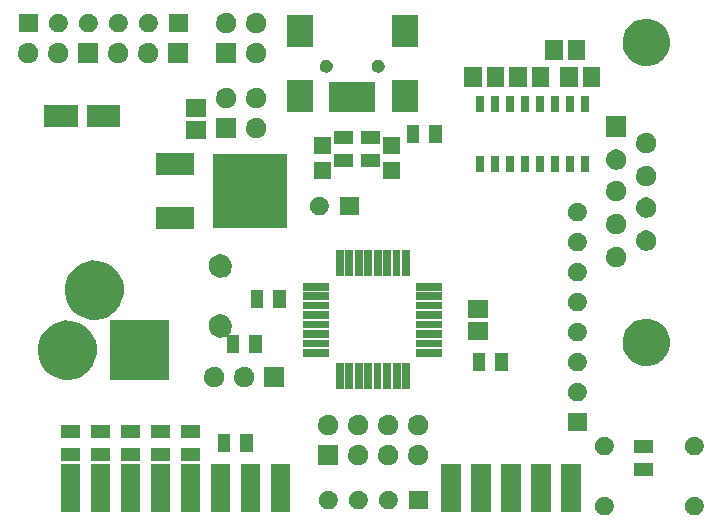
<source format=gts>
G04 (created by PCBNEW (2013-mar-13)-testing) date śro, 14 sie 2013, 21:49:14*
%MOIN*%
G04 Gerber Fmt 3.4, Leading zero omitted, Abs format*
%FSLAX34Y34*%
G01*
G70*
G90*
G04 APERTURE LIST*
%ADD10C,0.005906*%
G04 APERTURE END LIST*
G54D10*
G36*
X1476Y-1635D02*
X846Y-1635D01*
X846Y-1005D01*
X1476Y-1005D01*
X1476Y-1635D01*
X1476Y-1635D01*
G37*
G36*
X1501Y-2288D02*
X1500Y-2361D01*
X1484Y-2429D01*
X1458Y-2487D01*
X1418Y-2544D01*
X1372Y-2588D01*
X1313Y-2625D01*
X1254Y-2648D01*
X1186Y-2660D01*
X1122Y-2659D01*
X1054Y-2644D01*
X996Y-2619D01*
X939Y-2579D01*
X895Y-2533D01*
X857Y-2474D01*
X833Y-2416D01*
X821Y-2347D01*
X822Y-2284D01*
X836Y-2215D01*
X861Y-2157D01*
X901Y-2099D01*
X946Y-2055D01*
X1004Y-2017D01*
X1063Y-1993D01*
X1132Y-1980D01*
X1195Y-1980D01*
X1264Y-1995D01*
X1322Y-2019D01*
X1380Y-2058D01*
X1424Y-2103D01*
X1463Y-2161D01*
X1487Y-2220D01*
X1500Y-2287D01*
X1501Y-2288D01*
X1501Y-2288D01*
G37*
G36*
X2476Y-1291D02*
X2475Y-1358D01*
X2460Y-1421D01*
X2436Y-1475D01*
X2399Y-1528D01*
X2357Y-1568D01*
X2302Y-1603D01*
X2247Y-1624D01*
X2184Y-1635D01*
X2125Y-1634D01*
X2062Y-1620D01*
X2008Y-1597D01*
X1955Y-1560D01*
X1914Y-1518D01*
X1879Y-1463D01*
X1858Y-1409D01*
X1846Y-1345D01*
X1847Y-1286D01*
X1860Y-1223D01*
X1883Y-1169D01*
X1920Y-1115D01*
X1962Y-1075D01*
X2016Y-1039D01*
X2070Y-1017D01*
X2134Y-1005D01*
X2192Y-1005D01*
X2256Y-1019D01*
X2310Y-1041D01*
X2364Y-1078D01*
X2405Y-1119D01*
X2441Y-1173D01*
X2463Y-1227D01*
X2463Y-1229D01*
X2476Y-1291D01*
X2476Y-1291D01*
G37*
G36*
X2501Y-2288D02*
X2500Y-2361D01*
X2484Y-2429D01*
X2458Y-2487D01*
X2418Y-2544D01*
X2372Y-2588D01*
X2313Y-2625D01*
X2254Y-2648D01*
X2186Y-2660D01*
X2122Y-2659D01*
X2054Y-2644D01*
X1996Y-2619D01*
X1939Y-2579D01*
X1895Y-2533D01*
X1857Y-2474D01*
X1833Y-2416D01*
X1821Y-2347D01*
X1822Y-2284D01*
X1836Y-2215D01*
X1861Y-2157D01*
X1901Y-2099D01*
X1946Y-2055D01*
X2004Y-2017D01*
X2063Y-1993D01*
X2132Y-1980D01*
X2195Y-1980D01*
X2264Y-1995D01*
X2322Y-2019D01*
X2380Y-2058D01*
X2424Y-2103D01*
X2463Y-2161D01*
X2487Y-2220D01*
X2500Y-2287D01*
X2501Y-2288D01*
X2501Y-2288D01*
G37*
G36*
X2804Y-4775D02*
X1700Y-4775D01*
X1700Y-4065D01*
X2804Y-4065D01*
X2804Y-4775D01*
X2804Y-4775D01*
G37*
G36*
X2876Y-15160D02*
X2246Y-15160D01*
X2246Y-14730D01*
X2876Y-14730D01*
X2876Y-15160D01*
X2876Y-15160D01*
G37*
G36*
X2876Y-15910D02*
X2246Y-15910D01*
X2246Y-15480D01*
X2876Y-15480D01*
X2876Y-15910D01*
X2876Y-15910D01*
G37*
G36*
X2876Y-17610D02*
X2246Y-17610D01*
X2246Y-16030D01*
X2876Y-16030D01*
X2876Y-17610D01*
X2876Y-17610D01*
G37*
G36*
X3446Y-12125D02*
X3443Y-12343D01*
X3399Y-12534D01*
X3322Y-12707D01*
X3209Y-12867D01*
X3071Y-12999D01*
X2906Y-13104D01*
X2728Y-13172D01*
X2535Y-13206D01*
X2345Y-13202D01*
X2154Y-13160D01*
X1980Y-13084D01*
X1819Y-12972D01*
X1687Y-12836D01*
X1580Y-12671D01*
X1510Y-12494D01*
X1475Y-12301D01*
X1478Y-12111D01*
X1518Y-11919D01*
X1593Y-11745D01*
X1704Y-11583D01*
X1840Y-11450D01*
X2004Y-11342D01*
X2180Y-11271D01*
X2373Y-11235D01*
X2563Y-11236D01*
X2755Y-11275D01*
X2930Y-11349D01*
X3093Y-11459D01*
X3226Y-11593D01*
X3335Y-11757D01*
X3407Y-11932D01*
X3408Y-11934D01*
X3446Y-12125D01*
X3446Y-12125D01*
G37*
G36*
X3476Y-1291D02*
X3475Y-1358D01*
X3460Y-1421D01*
X3436Y-1475D01*
X3399Y-1528D01*
X3357Y-1568D01*
X3302Y-1603D01*
X3247Y-1624D01*
X3184Y-1635D01*
X3125Y-1634D01*
X3062Y-1620D01*
X3008Y-1597D01*
X2955Y-1560D01*
X2914Y-1518D01*
X2879Y-1463D01*
X2858Y-1409D01*
X2846Y-1345D01*
X2847Y-1286D01*
X2860Y-1223D01*
X2883Y-1169D01*
X2920Y-1115D01*
X2962Y-1075D01*
X3016Y-1039D01*
X3070Y-1017D01*
X3134Y-1005D01*
X3192Y-1005D01*
X3256Y-1019D01*
X3310Y-1041D01*
X3364Y-1078D01*
X3405Y-1119D01*
X3441Y-1173D01*
X3463Y-1227D01*
X3463Y-1229D01*
X3476Y-1291D01*
X3476Y-1291D01*
G37*
G36*
X3501Y-2660D02*
X2821Y-2660D01*
X2821Y-1980D01*
X3501Y-1980D01*
X3501Y-2660D01*
X3501Y-2660D01*
G37*
G36*
X3876Y-15160D02*
X3246Y-15160D01*
X3246Y-14730D01*
X3876Y-14730D01*
X3876Y-15160D01*
X3876Y-15160D01*
G37*
G36*
X3876Y-15910D02*
X3246Y-15910D01*
X3246Y-15480D01*
X3876Y-15480D01*
X3876Y-15910D01*
X3876Y-15910D01*
G37*
G36*
X3876Y-17610D02*
X3246Y-17610D01*
X3246Y-16030D01*
X3876Y-16030D01*
X3876Y-17610D01*
X3876Y-17610D01*
G37*
G36*
X4222Y-4775D02*
X3118Y-4775D01*
X3118Y-4065D01*
X4222Y-4065D01*
X4222Y-4775D01*
X4222Y-4775D01*
G37*
G36*
X4346Y-10125D02*
X4343Y-10343D01*
X4299Y-10534D01*
X4222Y-10707D01*
X4109Y-10867D01*
X3971Y-10999D01*
X3806Y-11104D01*
X3628Y-11172D01*
X3435Y-11206D01*
X3245Y-11202D01*
X3054Y-11160D01*
X2880Y-11084D01*
X2719Y-10972D01*
X2587Y-10836D01*
X2480Y-10671D01*
X2410Y-10494D01*
X2375Y-10301D01*
X2378Y-10111D01*
X2418Y-9919D01*
X2493Y-9745D01*
X2604Y-9583D01*
X2740Y-9450D01*
X2904Y-9342D01*
X3080Y-9271D01*
X3273Y-9235D01*
X3463Y-9236D01*
X3655Y-9275D01*
X3830Y-9349D01*
X3993Y-9459D01*
X4126Y-9593D01*
X4235Y-9757D01*
X4307Y-9932D01*
X4308Y-9934D01*
X4346Y-10125D01*
X4346Y-10125D01*
G37*
G36*
X4476Y-1291D02*
X4475Y-1358D01*
X4460Y-1421D01*
X4436Y-1475D01*
X4399Y-1528D01*
X4357Y-1568D01*
X4302Y-1603D01*
X4247Y-1624D01*
X4184Y-1635D01*
X4125Y-1634D01*
X4062Y-1620D01*
X4008Y-1597D01*
X3955Y-1560D01*
X3914Y-1518D01*
X3879Y-1463D01*
X3858Y-1409D01*
X3846Y-1345D01*
X3847Y-1286D01*
X3860Y-1223D01*
X3883Y-1169D01*
X3920Y-1115D01*
X3962Y-1075D01*
X4016Y-1039D01*
X4070Y-1017D01*
X4134Y-1005D01*
X4192Y-1005D01*
X4256Y-1019D01*
X4310Y-1041D01*
X4364Y-1078D01*
X4405Y-1119D01*
X4441Y-1173D01*
X4463Y-1227D01*
X4463Y-1229D01*
X4476Y-1291D01*
X4476Y-1291D01*
G37*
G36*
X4501Y-2288D02*
X4500Y-2361D01*
X4484Y-2429D01*
X4458Y-2487D01*
X4418Y-2544D01*
X4372Y-2588D01*
X4313Y-2625D01*
X4254Y-2648D01*
X4186Y-2660D01*
X4122Y-2659D01*
X4054Y-2644D01*
X3996Y-2619D01*
X3939Y-2579D01*
X3895Y-2533D01*
X3857Y-2474D01*
X3833Y-2416D01*
X3821Y-2347D01*
X3822Y-2284D01*
X3836Y-2215D01*
X3861Y-2157D01*
X3901Y-2099D01*
X3946Y-2055D01*
X4004Y-2017D01*
X4063Y-1993D01*
X4132Y-1980D01*
X4195Y-1980D01*
X4264Y-1995D01*
X4322Y-2019D01*
X4380Y-2058D01*
X4424Y-2103D01*
X4463Y-2161D01*
X4487Y-2220D01*
X4500Y-2287D01*
X4501Y-2288D01*
X4501Y-2288D01*
G37*
G36*
X4876Y-15160D02*
X4246Y-15160D01*
X4246Y-14730D01*
X4876Y-14730D01*
X4876Y-15160D01*
X4876Y-15160D01*
G37*
G36*
X4876Y-15910D02*
X4246Y-15910D01*
X4246Y-15480D01*
X4876Y-15480D01*
X4876Y-15910D01*
X4876Y-15910D01*
G37*
G36*
X4876Y-17610D02*
X4246Y-17610D01*
X4246Y-16030D01*
X4876Y-16030D01*
X4876Y-17610D01*
X4876Y-17610D01*
G37*
G36*
X5476Y-1291D02*
X5475Y-1358D01*
X5460Y-1421D01*
X5436Y-1475D01*
X5399Y-1528D01*
X5357Y-1568D01*
X5302Y-1603D01*
X5247Y-1624D01*
X5184Y-1635D01*
X5125Y-1634D01*
X5062Y-1620D01*
X5008Y-1597D01*
X4955Y-1560D01*
X4914Y-1518D01*
X4879Y-1463D01*
X4858Y-1409D01*
X4846Y-1345D01*
X4847Y-1286D01*
X4860Y-1223D01*
X4883Y-1169D01*
X4920Y-1115D01*
X4962Y-1075D01*
X5016Y-1039D01*
X5070Y-1017D01*
X5134Y-1005D01*
X5192Y-1005D01*
X5256Y-1019D01*
X5310Y-1041D01*
X5364Y-1078D01*
X5405Y-1119D01*
X5441Y-1173D01*
X5463Y-1227D01*
X5463Y-1229D01*
X5476Y-1291D01*
X5476Y-1291D01*
G37*
G36*
X5501Y-2288D02*
X5500Y-2361D01*
X5484Y-2429D01*
X5458Y-2487D01*
X5418Y-2544D01*
X5372Y-2588D01*
X5313Y-2625D01*
X5254Y-2648D01*
X5186Y-2660D01*
X5122Y-2659D01*
X5054Y-2644D01*
X4996Y-2619D01*
X4939Y-2579D01*
X4895Y-2533D01*
X4857Y-2474D01*
X4833Y-2416D01*
X4821Y-2347D01*
X4822Y-2284D01*
X4836Y-2215D01*
X4861Y-2157D01*
X4901Y-2099D01*
X4946Y-2055D01*
X5004Y-2017D01*
X5063Y-1993D01*
X5132Y-1980D01*
X5195Y-1980D01*
X5264Y-1995D01*
X5322Y-2019D01*
X5380Y-2058D01*
X5424Y-2103D01*
X5463Y-2161D01*
X5487Y-2220D01*
X5500Y-2287D01*
X5501Y-2288D01*
X5501Y-2288D01*
G37*
G36*
X5846Y-13205D02*
X3876Y-13205D01*
X3876Y-11235D01*
X5846Y-11235D01*
X5846Y-13205D01*
X5846Y-13205D01*
G37*
G36*
X5876Y-15160D02*
X5246Y-15160D01*
X5246Y-14730D01*
X5876Y-14730D01*
X5876Y-15160D01*
X5876Y-15160D01*
G37*
G36*
X5876Y-15910D02*
X5246Y-15910D01*
X5246Y-15480D01*
X5876Y-15480D01*
X5876Y-15910D01*
X5876Y-15910D01*
G37*
G36*
X5876Y-17610D02*
X5246Y-17610D01*
X5246Y-16030D01*
X5876Y-16030D01*
X5876Y-17610D01*
X5876Y-17610D01*
G37*
G36*
X6476Y-1635D02*
X5846Y-1635D01*
X5846Y-1005D01*
X6476Y-1005D01*
X6476Y-1635D01*
X6476Y-1635D01*
G37*
G36*
X6501Y-2660D02*
X5821Y-2660D01*
X5821Y-1980D01*
X6501Y-1980D01*
X6501Y-2660D01*
X6501Y-2660D01*
G37*
G36*
X6701Y-6385D02*
X5421Y-6385D01*
X5421Y-5655D01*
X6701Y-5655D01*
X6701Y-6385D01*
X6701Y-6385D01*
G37*
G36*
X6701Y-8185D02*
X5421Y-8185D01*
X5421Y-7455D01*
X6701Y-7455D01*
X6701Y-8185D01*
X6701Y-8185D01*
G37*
G36*
X6876Y-15160D02*
X6246Y-15160D01*
X6246Y-14730D01*
X6876Y-14730D01*
X6876Y-15160D01*
X6876Y-15160D01*
G37*
G36*
X6876Y-15910D02*
X6246Y-15910D01*
X6246Y-15480D01*
X6876Y-15480D01*
X6876Y-15910D01*
X6876Y-15910D01*
G37*
G36*
X6876Y-17610D02*
X6246Y-17610D01*
X6246Y-16030D01*
X6876Y-16030D01*
X6876Y-17610D01*
X6876Y-17610D01*
G37*
G36*
X7096Y-4441D02*
X6426Y-4441D01*
X6426Y-3849D01*
X7096Y-3849D01*
X7096Y-4441D01*
X7096Y-4441D01*
G37*
G36*
X7096Y-5191D02*
X6426Y-5191D01*
X6426Y-4599D01*
X7096Y-4599D01*
X7096Y-5191D01*
X7096Y-5191D01*
G37*
G36*
X7701Y-13088D02*
X7700Y-13161D01*
X7684Y-13229D01*
X7658Y-13287D01*
X7618Y-13344D01*
X7572Y-13388D01*
X7513Y-13425D01*
X7454Y-13448D01*
X7386Y-13460D01*
X7322Y-13459D01*
X7254Y-13444D01*
X7196Y-13419D01*
X7139Y-13379D01*
X7095Y-13333D01*
X7057Y-13274D01*
X7033Y-13216D01*
X7021Y-13147D01*
X7022Y-13084D01*
X7036Y-13015D01*
X7061Y-12957D01*
X7101Y-12899D01*
X7146Y-12855D01*
X7204Y-12817D01*
X7263Y-12793D01*
X7332Y-12780D01*
X7395Y-12780D01*
X7464Y-12795D01*
X7522Y-12819D01*
X7580Y-12858D01*
X7624Y-12903D01*
X7663Y-12961D01*
X7687Y-13020D01*
X7700Y-13087D01*
X7701Y-13088D01*
X7701Y-13088D01*
G37*
G36*
X7876Y-17610D02*
X7246Y-17610D01*
X7246Y-16030D01*
X7876Y-16030D01*
X7876Y-17610D01*
X7876Y-17610D01*
G37*
G36*
X7901Y-15635D02*
X7471Y-15635D01*
X7471Y-15005D01*
X7901Y-15005D01*
X7901Y-15635D01*
X7901Y-15635D01*
G37*
G36*
X7951Y-9383D02*
X7949Y-9468D01*
X7932Y-9545D01*
X7902Y-9612D01*
X7856Y-9677D01*
X7803Y-9728D01*
X7736Y-9770D01*
X7668Y-9797D01*
X7589Y-9810D01*
X7516Y-9809D01*
X7438Y-9792D01*
X7371Y-9762D01*
X7306Y-9717D01*
X7255Y-9664D01*
X7212Y-9597D01*
X7185Y-9529D01*
X7171Y-9451D01*
X7172Y-9378D01*
X7188Y-9300D01*
X7217Y-9233D01*
X7262Y-9167D01*
X7314Y-9116D01*
X7381Y-9072D01*
X7449Y-9045D01*
X7527Y-9030D01*
X7600Y-9030D01*
X7678Y-9047D01*
X7745Y-9075D01*
X7812Y-9120D01*
X7863Y-9171D01*
X7907Y-9238D01*
X7935Y-9305D01*
X7950Y-9382D01*
X7951Y-9383D01*
X7951Y-9383D01*
G37*
G36*
X8101Y-1288D02*
X8100Y-1361D01*
X8084Y-1429D01*
X8058Y-1487D01*
X8018Y-1544D01*
X7972Y-1588D01*
X7913Y-1625D01*
X7854Y-1648D01*
X7786Y-1660D01*
X7722Y-1659D01*
X7654Y-1644D01*
X7596Y-1619D01*
X7539Y-1579D01*
X7495Y-1533D01*
X7457Y-1474D01*
X7433Y-1416D01*
X7421Y-1347D01*
X7422Y-1284D01*
X7436Y-1215D01*
X7461Y-1157D01*
X7501Y-1099D01*
X7546Y-1055D01*
X7604Y-1017D01*
X7663Y-993D01*
X7732Y-980D01*
X7795Y-980D01*
X7864Y-995D01*
X7922Y-1019D01*
X7980Y-1058D01*
X8024Y-1103D01*
X8063Y-1161D01*
X8087Y-1220D01*
X8100Y-1287D01*
X8101Y-1288D01*
X8101Y-1288D01*
G37*
G36*
X8101Y-3788D02*
X8100Y-3861D01*
X8084Y-3929D01*
X8058Y-3987D01*
X8018Y-4044D01*
X7972Y-4088D01*
X7913Y-4125D01*
X7854Y-4148D01*
X7786Y-4160D01*
X7722Y-4159D01*
X7654Y-4144D01*
X7596Y-4119D01*
X7539Y-4079D01*
X7495Y-4033D01*
X7457Y-3974D01*
X7433Y-3916D01*
X7421Y-3847D01*
X7422Y-3784D01*
X7436Y-3715D01*
X7461Y-3657D01*
X7501Y-3599D01*
X7546Y-3555D01*
X7604Y-3517D01*
X7663Y-3493D01*
X7732Y-3480D01*
X7795Y-3480D01*
X7864Y-3495D01*
X7922Y-3519D01*
X7980Y-3558D01*
X8024Y-3603D01*
X8063Y-3661D01*
X8087Y-3720D01*
X8100Y-3787D01*
X8101Y-3788D01*
X8101Y-3788D01*
G37*
G36*
X8101Y-2660D02*
X7421Y-2660D01*
X7421Y-1980D01*
X8101Y-1980D01*
X8101Y-2660D01*
X8101Y-2660D01*
G37*
G36*
X8101Y-5160D02*
X7421Y-5160D01*
X7421Y-4480D01*
X8101Y-4480D01*
X8101Y-5160D01*
X8101Y-5160D01*
G37*
G36*
X8201Y-12335D02*
X7771Y-12335D01*
X7771Y-11787D01*
X7771Y-11779D01*
X7768Y-11772D01*
X7763Y-11767D01*
X7756Y-11764D01*
X7748Y-11764D01*
X7741Y-11767D01*
X7736Y-11770D01*
X7668Y-11797D01*
X7589Y-11810D01*
X7516Y-11809D01*
X7438Y-11792D01*
X7371Y-11762D01*
X7306Y-11717D01*
X7255Y-11664D01*
X7212Y-11597D01*
X7185Y-11529D01*
X7171Y-11451D01*
X7172Y-11378D01*
X7188Y-11300D01*
X7217Y-11233D01*
X7262Y-11167D01*
X7314Y-11116D01*
X7381Y-11072D01*
X7449Y-11045D01*
X7527Y-11030D01*
X7600Y-11030D01*
X7678Y-11047D01*
X7745Y-11075D01*
X7812Y-11120D01*
X7863Y-11171D01*
X7907Y-11238D01*
X7935Y-11305D01*
X7950Y-11382D01*
X7951Y-11383D01*
X7949Y-11468D01*
X7932Y-11545D01*
X7902Y-11612D01*
X7858Y-11675D01*
X7855Y-11682D01*
X7855Y-11690D01*
X7858Y-11697D01*
X7863Y-11702D01*
X7870Y-11705D01*
X7878Y-11705D01*
X8201Y-11705D01*
X8201Y-12335D01*
X8201Y-12335D01*
G37*
G36*
X8651Y-15635D02*
X8221Y-15635D01*
X8221Y-15005D01*
X8651Y-15005D01*
X8651Y-15635D01*
X8651Y-15635D01*
G37*
G36*
X8701Y-13088D02*
X8700Y-13161D01*
X8684Y-13229D01*
X8658Y-13287D01*
X8618Y-13344D01*
X8572Y-13388D01*
X8513Y-13425D01*
X8454Y-13448D01*
X8386Y-13460D01*
X8322Y-13459D01*
X8254Y-13444D01*
X8196Y-13419D01*
X8139Y-13379D01*
X8095Y-13333D01*
X8057Y-13274D01*
X8033Y-13216D01*
X8021Y-13147D01*
X8022Y-13084D01*
X8036Y-13015D01*
X8061Y-12957D01*
X8101Y-12899D01*
X8146Y-12855D01*
X8204Y-12817D01*
X8263Y-12793D01*
X8332Y-12780D01*
X8395Y-12780D01*
X8464Y-12795D01*
X8522Y-12819D01*
X8580Y-12858D01*
X8624Y-12903D01*
X8663Y-12961D01*
X8687Y-13020D01*
X8700Y-13087D01*
X8701Y-13088D01*
X8701Y-13088D01*
G37*
G36*
X8876Y-17610D02*
X8246Y-17610D01*
X8246Y-16030D01*
X8876Y-16030D01*
X8876Y-17610D01*
X8876Y-17610D01*
G37*
G36*
X8951Y-12335D02*
X8521Y-12335D01*
X8521Y-11705D01*
X8951Y-11705D01*
X8951Y-12335D01*
X8951Y-12335D01*
G37*
G36*
X9001Y-10835D02*
X8571Y-10835D01*
X8571Y-10205D01*
X9001Y-10205D01*
X9001Y-10835D01*
X9001Y-10835D01*
G37*
G36*
X9101Y-1288D02*
X9100Y-1361D01*
X9084Y-1429D01*
X9058Y-1487D01*
X9018Y-1544D01*
X8972Y-1588D01*
X8913Y-1625D01*
X8854Y-1648D01*
X8786Y-1660D01*
X8722Y-1659D01*
X8654Y-1644D01*
X8596Y-1619D01*
X8539Y-1579D01*
X8495Y-1533D01*
X8457Y-1474D01*
X8433Y-1416D01*
X8421Y-1347D01*
X8422Y-1284D01*
X8436Y-1215D01*
X8461Y-1157D01*
X8501Y-1099D01*
X8546Y-1055D01*
X8604Y-1017D01*
X8663Y-993D01*
X8732Y-980D01*
X8795Y-980D01*
X8864Y-995D01*
X8922Y-1019D01*
X8980Y-1058D01*
X9024Y-1103D01*
X9063Y-1161D01*
X9087Y-1220D01*
X9100Y-1287D01*
X9101Y-1288D01*
X9101Y-1288D01*
G37*
G36*
X9101Y-2288D02*
X9100Y-2361D01*
X9084Y-2429D01*
X9058Y-2487D01*
X9018Y-2544D01*
X8972Y-2588D01*
X8913Y-2625D01*
X8854Y-2648D01*
X8786Y-2660D01*
X8722Y-2659D01*
X8654Y-2644D01*
X8596Y-2619D01*
X8539Y-2579D01*
X8495Y-2533D01*
X8457Y-2474D01*
X8433Y-2416D01*
X8421Y-2347D01*
X8422Y-2284D01*
X8436Y-2215D01*
X8461Y-2157D01*
X8501Y-2099D01*
X8546Y-2055D01*
X8604Y-2017D01*
X8663Y-1993D01*
X8732Y-1980D01*
X8795Y-1980D01*
X8864Y-1995D01*
X8922Y-2019D01*
X8980Y-2058D01*
X9024Y-2103D01*
X9063Y-2161D01*
X9087Y-2220D01*
X9100Y-2287D01*
X9101Y-2288D01*
X9101Y-2288D01*
G37*
G36*
X9101Y-3788D02*
X9100Y-3861D01*
X9084Y-3929D01*
X9058Y-3987D01*
X9018Y-4044D01*
X8972Y-4088D01*
X8913Y-4125D01*
X8854Y-4148D01*
X8786Y-4160D01*
X8722Y-4159D01*
X8654Y-4144D01*
X8596Y-4119D01*
X8539Y-4079D01*
X8495Y-4033D01*
X8457Y-3974D01*
X8433Y-3916D01*
X8421Y-3847D01*
X8422Y-3784D01*
X8436Y-3715D01*
X8461Y-3657D01*
X8501Y-3599D01*
X8546Y-3555D01*
X8604Y-3517D01*
X8663Y-3493D01*
X8732Y-3480D01*
X8795Y-3480D01*
X8864Y-3495D01*
X8922Y-3519D01*
X8980Y-3558D01*
X9024Y-3603D01*
X9063Y-3661D01*
X9087Y-3720D01*
X9100Y-3787D01*
X9101Y-3788D01*
X9101Y-3788D01*
G37*
G36*
X9101Y-4788D02*
X9100Y-4861D01*
X9084Y-4929D01*
X9058Y-4987D01*
X9018Y-5044D01*
X8972Y-5088D01*
X8913Y-5125D01*
X8854Y-5148D01*
X8786Y-5160D01*
X8722Y-5159D01*
X8654Y-5144D01*
X8596Y-5119D01*
X8539Y-5079D01*
X8495Y-5033D01*
X8457Y-4974D01*
X8433Y-4916D01*
X8421Y-4847D01*
X8422Y-4784D01*
X8436Y-4715D01*
X8461Y-4657D01*
X8501Y-4599D01*
X8546Y-4555D01*
X8604Y-4517D01*
X8663Y-4493D01*
X8732Y-4480D01*
X8795Y-4480D01*
X8864Y-4495D01*
X8922Y-4519D01*
X8980Y-4558D01*
X9024Y-4603D01*
X9063Y-4661D01*
X9087Y-4720D01*
X9100Y-4787D01*
X9101Y-4788D01*
X9101Y-4788D01*
G37*
G36*
X9701Y-13460D02*
X9021Y-13460D01*
X9021Y-12780D01*
X9701Y-12780D01*
X9701Y-13460D01*
X9701Y-13460D01*
G37*
G36*
X9751Y-10835D02*
X9321Y-10835D01*
X9321Y-10205D01*
X9751Y-10205D01*
X9751Y-10835D01*
X9751Y-10835D01*
G37*
G36*
X9801Y-8160D02*
X7321Y-8160D01*
X7321Y-5680D01*
X9801Y-5680D01*
X9801Y-8160D01*
X9801Y-8160D01*
G37*
G36*
X9876Y-17610D02*
X9246Y-17610D01*
X9246Y-16030D01*
X9876Y-16030D01*
X9876Y-17610D01*
X9876Y-17610D01*
G37*
G36*
X10642Y-2106D02*
X9776Y-2106D01*
X9776Y-1042D01*
X10642Y-1042D01*
X10642Y-2106D01*
X10642Y-2106D01*
G37*
G36*
X10642Y-4271D02*
X9776Y-4271D01*
X9776Y-3207D01*
X10642Y-3207D01*
X10642Y-4271D01*
X10642Y-4271D01*
G37*
G36*
X11176Y-7391D02*
X11175Y-7458D01*
X11160Y-7521D01*
X11136Y-7575D01*
X11099Y-7628D01*
X11057Y-7668D01*
X11002Y-7703D01*
X10947Y-7724D01*
X10884Y-7735D01*
X10825Y-7734D01*
X10762Y-7720D01*
X10708Y-7697D01*
X10655Y-7660D01*
X10614Y-7618D01*
X10579Y-7563D01*
X10558Y-7509D01*
X10546Y-7445D01*
X10547Y-7386D01*
X10560Y-7323D01*
X10583Y-7269D01*
X10620Y-7215D01*
X10662Y-7175D01*
X10716Y-7139D01*
X10770Y-7117D01*
X10834Y-7105D01*
X10892Y-7105D01*
X10956Y-7119D01*
X11010Y-7141D01*
X11064Y-7178D01*
X11105Y-7219D01*
X11141Y-7273D01*
X11163Y-7327D01*
X11163Y-7329D01*
X11176Y-7391D01*
X11176Y-7391D01*
G37*
G36*
X11198Y-10236D02*
X10332Y-10236D01*
X10332Y-9980D01*
X11198Y-9980D01*
X11198Y-10236D01*
X11198Y-10236D01*
G37*
G36*
X11198Y-10551D02*
X10332Y-10551D01*
X10332Y-10295D01*
X11198Y-10295D01*
X11198Y-10551D01*
X11198Y-10551D01*
G37*
G36*
X11198Y-10866D02*
X10332Y-10866D01*
X10332Y-10610D01*
X11198Y-10610D01*
X11198Y-10866D01*
X11198Y-10866D01*
G37*
G36*
X11198Y-11181D02*
X10332Y-11181D01*
X10332Y-10925D01*
X11198Y-10925D01*
X11198Y-11181D01*
X11198Y-11181D01*
G37*
G36*
X11198Y-11496D02*
X10332Y-11496D01*
X10332Y-11240D01*
X11198Y-11240D01*
X11198Y-11496D01*
X11198Y-11496D01*
G37*
G36*
X11198Y-11811D02*
X10332Y-11811D01*
X10332Y-11555D01*
X11198Y-11555D01*
X11198Y-11811D01*
X11198Y-11811D01*
G37*
G36*
X11198Y-12126D02*
X10332Y-12126D01*
X10332Y-11870D01*
X11198Y-11870D01*
X11198Y-12126D01*
X11198Y-12126D01*
G37*
G36*
X11198Y-12441D02*
X10332Y-12441D01*
X10332Y-12185D01*
X11198Y-12185D01*
X11198Y-12441D01*
X11198Y-12441D01*
G37*
G36*
X11237Y-5683D02*
X10685Y-5683D01*
X10685Y-5131D01*
X11237Y-5131D01*
X11237Y-5683D01*
X11237Y-5683D01*
G37*
G36*
X11237Y-6509D02*
X10685Y-6509D01*
X10685Y-5957D01*
X11237Y-5957D01*
X11237Y-6509D01*
X11237Y-6509D01*
G37*
G36*
X11312Y-2735D02*
X11311Y-2781D01*
X11301Y-2825D01*
X11285Y-2861D01*
X11259Y-2898D01*
X11230Y-2926D01*
X11192Y-2950D01*
X11155Y-2964D01*
X11110Y-2972D01*
X11071Y-2971D01*
X11026Y-2961D01*
X10990Y-2946D01*
X10953Y-2920D01*
X10925Y-2891D01*
X10901Y-2853D01*
X10886Y-2817D01*
X10878Y-2772D01*
X10879Y-2732D01*
X10888Y-2688D01*
X10903Y-2652D01*
X10929Y-2614D01*
X10957Y-2586D01*
X10996Y-2561D01*
X11032Y-2547D01*
X11077Y-2538D01*
X11116Y-2538D01*
X11161Y-2548D01*
X11197Y-2563D01*
X11235Y-2588D01*
X11262Y-2616D01*
X11288Y-2654D01*
X11303Y-2690D01*
X11312Y-2735D01*
X11312Y-2735D01*
G37*
G36*
X11476Y-17191D02*
X11475Y-17258D01*
X11460Y-17321D01*
X11436Y-17375D01*
X11399Y-17428D01*
X11357Y-17468D01*
X11302Y-17503D01*
X11247Y-17524D01*
X11184Y-17535D01*
X11125Y-17534D01*
X11062Y-17520D01*
X11008Y-17497D01*
X10955Y-17460D01*
X10914Y-17418D01*
X10879Y-17363D01*
X10858Y-17309D01*
X10846Y-17245D01*
X10847Y-17186D01*
X10860Y-17123D01*
X10883Y-17069D01*
X10920Y-17015D01*
X10962Y-16975D01*
X11016Y-16939D01*
X11070Y-16917D01*
X11134Y-16905D01*
X11192Y-16905D01*
X11256Y-16919D01*
X11310Y-16941D01*
X11364Y-16978D01*
X11405Y-17019D01*
X11441Y-17073D01*
X11463Y-17127D01*
X11463Y-17129D01*
X11476Y-17191D01*
X11476Y-17191D01*
G37*
G36*
X11501Y-14688D02*
X11500Y-14761D01*
X11484Y-14829D01*
X11458Y-14887D01*
X11418Y-14944D01*
X11372Y-14988D01*
X11313Y-15025D01*
X11254Y-15048D01*
X11186Y-15060D01*
X11122Y-15059D01*
X11054Y-15044D01*
X10996Y-15019D01*
X10939Y-14979D01*
X10895Y-14933D01*
X10857Y-14874D01*
X10833Y-14816D01*
X10821Y-14747D01*
X10822Y-14684D01*
X10836Y-14615D01*
X10861Y-14557D01*
X10901Y-14499D01*
X10946Y-14455D01*
X11004Y-14417D01*
X11063Y-14393D01*
X11132Y-14380D01*
X11195Y-14380D01*
X11264Y-14395D01*
X11322Y-14419D01*
X11380Y-14458D01*
X11424Y-14503D01*
X11463Y-14561D01*
X11487Y-14620D01*
X11500Y-14687D01*
X11501Y-14688D01*
X11501Y-14688D01*
G37*
G36*
X11501Y-16060D02*
X10821Y-16060D01*
X10821Y-15380D01*
X11501Y-15380D01*
X11501Y-16060D01*
X11501Y-16060D01*
G37*
G36*
X11677Y-9753D02*
X11421Y-9753D01*
X11421Y-8887D01*
X11677Y-8887D01*
X11677Y-9753D01*
X11677Y-9753D01*
G37*
G36*
X11679Y-13533D02*
X11423Y-13533D01*
X11423Y-12667D01*
X11679Y-12667D01*
X11679Y-13533D01*
X11679Y-13533D01*
G37*
G36*
X11976Y-5360D02*
X11346Y-5360D01*
X11346Y-4930D01*
X11976Y-4930D01*
X11976Y-5360D01*
X11976Y-5360D01*
G37*
G36*
X11976Y-6110D02*
X11346Y-6110D01*
X11346Y-5680D01*
X11976Y-5680D01*
X11976Y-6110D01*
X11976Y-6110D01*
G37*
G36*
X11989Y-13533D02*
X11733Y-13533D01*
X11733Y-12667D01*
X11989Y-12667D01*
X11989Y-13533D01*
X11989Y-13533D01*
G37*
G36*
X11991Y-9753D02*
X11735Y-9753D01*
X11735Y-8887D01*
X11991Y-8887D01*
X11991Y-9753D01*
X11991Y-9753D01*
G37*
G36*
X12176Y-7735D02*
X11546Y-7735D01*
X11546Y-7105D01*
X12176Y-7105D01*
X12176Y-7735D01*
X12176Y-7735D01*
G37*
G36*
X12307Y-9753D02*
X12051Y-9753D01*
X12051Y-8887D01*
X12307Y-8887D01*
X12307Y-9753D01*
X12307Y-9753D01*
G37*
G36*
X12309Y-13533D02*
X12053Y-13533D01*
X12053Y-12667D01*
X12309Y-12667D01*
X12309Y-13533D01*
X12309Y-13533D01*
G37*
G36*
X12476Y-17191D02*
X12475Y-17258D01*
X12460Y-17321D01*
X12436Y-17375D01*
X12399Y-17428D01*
X12357Y-17468D01*
X12302Y-17503D01*
X12247Y-17524D01*
X12184Y-17535D01*
X12125Y-17534D01*
X12062Y-17520D01*
X12008Y-17497D01*
X11955Y-17460D01*
X11914Y-17418D01*
X11879Y-17363D01*
X11858Y-17309D01*
X11846Y-17245D01*
X11847Y-17186D01*
X11860Y-17123D01*
X11883Y-17069D01*
X11920Y-17015D01*
X11962Y-16975D01*
X12016Y-16939D01*
X12070Y-16917D01*
X12134Y-16905D01*
X12192Y-16905D01*
X12256Y-16919D01*
X12310Y-16941D01*
X12364Y-16978D01*
X12405Y-17019D01*
X12441Y-17073D01*
X12463Y-17127D01*
X12463Y-17129D01*
X12476Y-17191D01*
X12476Y-17191D01*
G37*
G36*
X12501Y-14688D02*
X12500Y-14761D01*
X12484Y-14829D01*
X12458Y-14887D01*
X12418Y-14944D01*
X12372Y-14988D01*
X12313Y-15025D01*
X12254Y-15048D01*
X12186Y-15060D01*
X12122Y-15059D01*
X12054Y-15044D01*
X11996Y-15019D01*
X11939Y-14979D01*
X11895Y-14933D01*
X11857Y-14874D01*
X11833Y-14816D01*
X11821Y-14747D01*
X11822Y-14684D01*
X11836Y-14615D01*
X11861Y-14557D01*
X11901Y-14499D01*
X11946Y-14455D01*
X12004Y-14417D01*
X12063Y-14393D01*
X12132Y-14380D01*
X12195Y-14380D01*
X12264Y-14395D01*
X12322Y-14419D01*
X12380Y-14458D01*
X12424Y-14503D01*
X12463Y-14561D01*
X12487Y-14620D01*
X12500Y-14687D01*
X12501Y-14688D01*
X12501Y-14688D01*
G37*
G36*
X12501Y-15688D02*
X12500Y-15761D01*
X12484Y-15829D01*
X12458Y-15887D01*
X12418Y-15944D01*
X12372Y-15988D01*
X12313Y-16025D01*
X12254Y-16048D01*
X12186Y-16060D01*
X12122Y-16059D01*
X12054Y-16044D01*
X11996Y-16019D01*
X11939Y-15979D01*
X11895Y-15933D01*
X11857Y-15874D01*
X11833Y-15816D01*
X11821Y-15747D01*
X11822Y-15684D01*
X11836Y-15615D01*
X11861Y-15557D01*
X11901Y-15499D01*
X11946Y-15455D01*
X12004Y-15417D01*
X12063Y-15393D01*
X12132Y-15380D01*
X12195Y-15380D01*
X12264Y-15395D01*
X12322Y-15419D01*
X12380Y-15458D01*
X12424Y-15503D01*
X12463Y-15561D01*
X12487Y-15620D01*
X12500Y-15687D01*
X12501Y-15688D01*
X12501Y-15688D01*
G37*
G36*
X12619Y-13533D02*
X12363Y-13533D01*
X12363Y-12667D01*
X12619Y-12667D01*
X12619Y-13533D01*
X12619Y-13533D01*
G37*
G36*
X12621Y-9753D02*
X12365Y-9753D01*
X12365Y-8887D01*
X12621Y-8887D01*
X12621Y-9753D01*
X12621Y-9753D01*
G37*
G36*
X12729Y-4271D02*
X12437Y-4271D01*
X12437Y-4271D01*
X12430Y-4271D01*
X12430Y-4271D01*
X12122Y-4271D01*
X12122Y-4271D01*
X12115Y-4271D01*
X12115Y-4271D01*
X11807Y-4271D01*
X11807Y-4271D01*
X11800Y-4271D01*
X11800Y-4271D01*
X11492Y-4271D01*
X11492Y-4271D01*
X11485Y-4271D01*
X11485Y-4271D01*
X11193Y-4271D01*
X11193Y-3285D01*
X11485Y-3285D01*
X11485Y-3285D01*
X11492Y-3285D01*
X11492Y-3285D01*
X11800Y-3285D01*
X11800Y-3285D01*
X11807Y-3285D01*
X11807Y-3285D01*
X12115Y-3285D01*
X12115Y-3285D01*
X12122Y-3285D01*
X12122Y-3285D01*
X12430Y-3285D01*
X12430Y-3285D01*
X12437Y-3285D01*
X12437Y-3285D01*
X12729Y-3285D01*
X12729Y-4271D01*
X12729Y-4271D01*
G37*
G36*
X12876Y-5360D02*
X12246Y-5360D01*
X12246Y-4930D01*
X12876Y-4930D01*
X12876Y-5360D01*
X12876Y-5360D01*
G37*
G36*
X12876Y-6110D02*
X12246Y-6110D01*
X12246Y-5680D01*
X12876Y-5680D01*
X12876Y-6110D01*
X12876Y-6110D01*
G37*
G36*
X12929Y-13533D02*
X12673Y-13533D01*
X12673Y-12667D01*
X12929Y-12667D01*
X12929Y-13533D01*
X12929Y-13533D01*
G37*
G36*
X12937Y-9753D02*
X12681Y-9753D01*
X12681Y-8887D01*
X12937Y-8887D01*
X12937Y-9753D01*
X12937Y-9753D01*
G37*
G36*
X13044Y-2735D02*
X13043Y-2781D01*
X13033Y-2825D01*
X13017Y-2861D01*
X12991Y-2898D01*
X12962Y-2926D01*
X12924Y-2950D01*
X12887Y-2964D01*
X12842Y-2972D01*
X12803Y-2971D01*
X12758Y-2961D01*
X12722Y-2946D01*
X12685Y-2920D01*
X12657Y-2891D01*
X12633Y-2853D01*
X12618Y-2817D01*
X12610Y-2772D01*
X12611Y-2732D01*
X12620Y-2688D01*
X12635Y-2652D01*
X12661Y-2614D01*
X12689Y-2586D01*
X12728Y-2561D01*
X12764Y-2547D01*
X12809Y-2538D01*
X12848Y-2538D01*
X12893Y-2548D01*
X12929Y-2563D01*
X12967Y-2588D01*
X12994Y-2616D01*
X13020Y-2654D01*
X13035Y-2690D01*
X13044Y-2735D01*
X13044Y-2735D01*
G37*
G36*
X13249Y-13533D02*
X12993Y-13533D01*
X12993Y-12667D01*
X13249Y-12667D01*
X13249Y-13533D01*
X13249Y-13533D01*
G37*
G36*
X13251Y-9753D02*
X12995Y-9753D01*
X12995Y-8887D01*
X13251Y-8887D01*
X13251Y-9753D01*
X13251Y-9753D01*
G37*
G36*
X13476Y-17191D02*
X13475Y-17258D01*
X13460Y-17321D01*
X13436Y-17375D01*
X13399Y-17428D01*
X13357Y-17468D01*
X13302Y-17503D01*
X13247Y-17524D01*
X13184Y-17535D01*
X13125Y-17534D01*
X13062Y-17520D01*
X13008Y-17497D01*
X12955Y-17460D01*
X12914Y-17418D01*
X12879Y-17363D01*
X12858Y-17309D01*
X12846Y-17245D01*
X12847Y-17186D01*
X12860Y-17123D01*
X12883Y-17069D01*
X12920Y-17015D01*
X12962Y-16975D01*
X13016Y-16939D01*
X13070Y-16917D01*
X13134Y-16905D01*
X13192Y-16905D01*
X13256Y-16919D01*
X13310Y-16941D01*
X13364Y-16978D01*
X13405Y-17019D01*
X13441Y-17073D01*
X13463Y-17127D01*
X13463Y-17129D01*
X13476Y-17191D01*
X13476Y-17191D01*
G37*
G36*
X13501Y-14688D02*
X13500Y-14761D01*
X13484Y-14829D01*
X13458Y-14887D01*
X13418Y-14944D01*
X13372Y-14988D01*
X13313Y-15025D01*
X13254Y-15048D01*
X13186Y-15060D01*
X13122Y-15059D01*
X13054Y-15044D01*
X12996Y-15019D01*
X12939Y-14979D01*
X12895Y-14933D01*
X12857Y-14874D01*
X12833Y-14816D01*
X12821Y-14747D01*
X12822Y-14684D01*
X12836Y-14615D01*
X12861Y-14557D01*
X12901Y-14499D01*
X12946Y-14455D01*
X13004Y-14417D01*
X13063Y-14393D01*
X13132Y-14380D01*
X13195Y-14380D01*
X13264Y-14395D01*
X13322Y-14419D01*
X13380Y-14458D01*
X13424Y-14503D01*
X13463Y-14561D01*
X13487Y-14620D01*
X13500Y-14687D01*
X13501Y-14688D01*
X13501Y-14688D01*
G37*
G36*
X13501Y-15688D02*
X13500Y-15761D01*
X13484Y-15829D01*
X13458Y-15887D01*
X13418Y-15944D01*
X13372Y-15988D01*
X13313Y-16025D01*
X13254Y-16048D01*
X13186Y-16060D01*
X13122Y-16059D01*
X13054Y-16044D01*
X12996Y-16019D01*
X12939Y-15979D01*
X12895Y-15933D01*
X12857Y-15874D01*
X12833Y-15816D01*
X12821Y-15747D01*
X12822Y-15684D01*
X12836Y-15615D01*
X12861Y-15557D01*
X12901Y-15499D01*
X12946Y-15455D01*
X13004Y-15417D01*
X13063Y-15393D01*
X13132Y-15380D01*
X13195Y-15380D01*
X13264Y-15395D01*
X13322Y-15419D01*
X13380Y-15458D01*
X13424Y-15503D01*
X13463Y-15561D01*
X13487Y-15620D01*
X13500Y-15687D01*
X13501Y-15688D01*
X13501Y-15688D01*
G37*
G36*
X13537Y-5683D02*
X12985Y-5683D01*
X12985Y-5131D01*
X13537Y-5131D01*
X13537Y-5683D01*
X13537Y-5683D01*
G37*
G36*
X13537Y-6509D02*
X12985Y-6509D01*
X12985Y-5957D01*
X13537Y-5957D01*
X13537Y-6509D01*
X13537Y-6509D01*
G37*
G36*
X13567Y-9753D02*
X13311Y-9753D01*
X13311Y-8887D01*
X13567Y-8887D01*
X13567Y-9753D01*
X13567Y-9753D01*
G37*
G36*
X13569Y-13533D02*
X13313Y-13533D01*
X13313Y-12667D01*
X13569Y-12667D01*
X13569Y-13533D01*
X13569Y-13533D01*
G37*
G36*
X13881Y-9753D02*
X13625Y-9753D01*
X13625Y-8887D01*
X13881Y-8887D01*
X13881Y-9753D01*
X13881Y-9753D01*
G37*
G36*
X13889Y-13533D02*
X13633Y-13533D01*
X13633Y-12667D01*
X13889Y-12667D01*
X13889Y-13533D01*
X13889Y-13533D01*
G37*
G36*
X14146Y-2106D02*
X13280Y-2106D01*
X13280Y-1042D01*
X14146Y-1042D01*
X14146Y-2106D01*
X14146Y-2106D01*
G37*
G36*
X14146Y-4271D02*
X13280Y-4271D01*
X13280Y-3207D01*
X14146Y-3207D01*
X14146Y-4271D01*
X14146Y-4271D01*
G37*
G36*
X14201Y-5335D02*
X13771Y-5335D01*
X13771Y-4705D01*
X14201Y-4705D01*
X14201Y-5335D01*
X14201Y-5335D01*
G37*
G36*
X14476Y-17535D02*
X13846Y-17535D01*
X13846Y-16905D01*
X14476Y-16905D01*
X14476Y-17535D01*
X14476Y-17535D01*
G37*
G36*
X14501Y-14688D02*
X14500Y-14761D01*
X14484Y-14829D01*
X14458Y-14887D01*
X14418Y-14944D01*
X14372Y-14988D01*
X14313Y-15025D01*
X14254Y-15048D01*
X14186Y-15060D01*
X14122Y-15059D01*
X14054Y-15044D01*
X13996Y-15019D01*
X13939Y-14979D01*
X13895Y-14933D01*
X13857Y-14874D01*
X13833Y-14816D01*
X13821Y-14747D01*
X13822Y-14684D01*
X13836Y-14615D01*
X13861Y-14557D01*
X13901Y-14499D01*
X13946Y-14455D01*
X14004Y-14417D01*
X14063Y-14393D01*
X14132Y-14380D01*
X14195Y-14380D01*
X14264Y-14395D01*
X14322Y-14419D01*
X14380Y-14458D01*
X14424Y-14503D01*
X14463Y-14561D01*
X14487Y-14620D01*
X14500Y-14687D01*
X14501Y-14688D01*
X14501Y-14688D01*
G37*
G36*
X14501Y-15688D02*
X14500Y-15761D01*
X14484Y-15829D01*
X14458Y-15887D01*
X14418Y-15944D01*
X14372Y-15988D01*
X14313Y-16025D01*
X14254Y-16048D01*
X14186Y-16060D01*
X14122Y-16059D01*
X14054Y-16044D01*
X13996Y-16019D01*
X13939Y-15979D01*
X13895Y-15933D01*
X13857Y-15874D01*
X13833Y-15816D01*
X13821Y-15747D01*
X13822Y-15684D01*
X13836Y-15615D01*
X13861Y-15557D01*
X13901Y-15499D01*
X13946Y-15455D01*
X14004Y-15417D01*
X14063Y-15393D01*
X14132Y-15380D01*
X14195Y-15380D01*
X14264Y-15395D01*
X14322Y-15419D01*
X14380Y-15458D01*
X14424Y-15503D01*
X14463Y-15561D01*
X14487Y-15620D01*
X14500Y-15687D01*
X14501Y-15688D01*
X14501Y-15688D01*
G37*
G36*
X14951Y-5335D02*
X14521Y-5335D01*
X14521Y-4705D01*
X14951Y-4705D01*
X14951Y-5335D01*
X14951Y-5335D01*
G37*
G36*
X14964Y-10238D02*
X14098Y-10238D01*
X14098Y-9982D01*
X14964Y-9982D01*
X14964Y-10238D01*
X14964Y-10238D01*
G37*
G36*
X14964Y-10548D02*
X14098Y-10548D01*
X14098Y-10292D01*
X14964Y-10292D01*
X14964Y-10548D01*
X14964Y-10548D01*
G37*
G36*
X14964Y-10868D02*
X14098Y-10868D01*
X14098Y-10612D01*
X14964Y-10612D01*
X14964Y-10868D01*
X14964Y-10868D01*
G37*
G36*
X14964Y-11178D02*
X14098Y-11178D01*
X14098Y-10922D01*
X14964Y-10922D01*
X14964Y-11178D01*
X14964Y-11178D01*
G37*
G36*
X14964Y-11498D02*
X14098Y-11498D01*
X14098Y-11242D01*
X14964Y-11242D01*
X14964Y-11498D01*
X14964Y-11498D01*
G37*
G36*
X14964Y-11808D02*
X14098Y-11808D01*
X14098Y-11552D01*
X14964Y-11552D01*
X14964Y-11808D01*
X14964Y-11808D01*
G37*
G36*
X14964Y-12128D02*
X14098Y-12128D01*
X14098Y-11872D01*
X14964Y-11872D01*
X14964Y-12128D01*
X14964Y-12128D01*
G37*
G36*
X14964Y-12448D02*
X14098Y-12448D01*
X14098Y-12192D01*
X14964Y-12192D01*
X14964Y-12448D01*
X14964Y-12448D01*
G37*
G36*
X15601Y-17610D02*
X14921Y-17610D01*
X14921Y-16030D01*
X15601Y-16030D01*
X15601Y-17610D01*
X15601Y-17610D01*
G37*
G36*
X16282Y-3455D02*
X15690Y-3455D01*
X15690Y-2785D01*
X16282Y-2785D01*
X16282Y-3455D01*
X16282Y-3455D01*
G37*
G36*
X16351Y-4285D02*
X16071Y-4285D01*
X16071Y-3755D01*
X16351Y-3755D01*
X16351Y-4285D01*
X16351Y-4285D01*
G37*
G36*
X16351Y-6285D02*
X16071Y-6285D01*
X16071Y-5755D01*
X16351Y-5755D01*
X16351Y-6285D01*
X16351Y-6285D01*
G37*
G36*
X16401Y-12935D02*
X15971Y-12935D01*
X15971Y-12305D01*
X16401Y-12305D01*
X16401Y-12935D01*
X16401Y-12935D01*
G37*
G36*
X16496Y-11141D02*
X15826Y-11141D01*
X15826Y-10549D01*
X16496Y-10549D01*
X16496Y-11141D01*
X16496Y-11141D01*
G37*
G36*
X16496Y-11891D02*
X15826Y-11891D01*
X15826Y-11299D01*
X16496Y-11299D01*
X16496Y-11891D01*
X16496Y-11891D01*
G37*
G36*
X16601Y-17610D02*
X15921Y-17610D01*
X15921Y-16030D01*
X16601Y-16030D01*
X16601Y-17610D01*
X16601Y-17610D01*
G37*
G36*
X16851Y-4285D02*
X16571Y-4285D01*
X16571Y-3755D01*
X16851Y-3755D01*
X16851Y-4285D01*
X16851Y-4285D01*
G37*
G36*
X16851Y-6285D02*
X16571Y-6285D01*
X16571Y-5755D01*
X16851Y-5755D01*
X16851Y-6285D01*
X16851Y-6285D01*
G37*
G36*
X17032Y-3455D02*
X16440Y-3455D01*
X16440Y-2785D01*
X17032Y-2785D01*
X17032Y-3455D01*
X17032Y-3455D01*
G37*
G36*
X17151Y-12935D02*
X16721Y-12935D01*
X16721Y-12305D01*
X17151Y-12305D01*
X17151Y-12935D01*
X17151Y-12935D01*
G37*
G36*
X17351Y-4285D02*
X17071Y-4285D01*
X17071Y-3755D01*
X17351Y-3755D01*
X17351Y-4285D01*
X17351Y-4285D01*
G37*
G36*
X17351Y-6285D02*
X17071Y-6285D01*
X17071Y-5755D01*
X17351Y-5755D01*
X17351Y-6285D01*
X17351Y-6285D01*
G37*
G36*
X17601Y-17610D02*
X16921Y-17610D01*
X16921Y-16030D01*
X17601Y-16030D01*
X17601Y-17610D01*
X17601Y-17610D01*
G37*
G36*
X17782Y-3455D02*
X17190Y-3455D01*
X17190Y-2785D01*
X17782Y-2785D01*
X17782Y-3455D01*
X17782Y-3455D01*
G37*
G36*
X17851Y-4285D02*
X17571Y-4285D01*
X17571Y-3755D01*
X17851Y-3755D01*
X17851Y-4285D01*
X17851Y-4285D01*
G37*
G36*
X17851Y-6285D02*
X17571Y-6285D01*
X17571Y-5755D01*
X17851Y-5755D01*
X17851Y-6285D01*
X17851Y-6285D01*
G37*
G36*
X18351Y-4285D02*
X18071Y-4285D01*
X18071Y-3755D01*
X18351Y-3755D01*
X18351Y-4285D01*
X18351Y-4285D01*
G37*
G36*
X18351Y-6285D02*
X18071Y-6285D01*
X18071Y-5755D01*
X18351Y-5755D01*
X18351Y-6285D01*
X18351Y-6285D01*
G37*
G36*
X18532Y-3455D02*
X17940Y-3455D01*
X17940Y-2785D01*
X18532Y-2785D01*
X18532Y-3455D01*
X18532Y-3455D01*
G37*
G36*
X18601Y-17610D02*
X17921Y-17610D01*
X17921Y-16030D01*
X18601Y-16030D01*
X18601Y-17610D01*
X18601Y-17610D01*
G37*
G36*
X18851Y-4285D02*
X18571Y-4285D01*
X18571Y-3755D01*
X18851Y-3755D01*
X18851Y-4285D01*
X18851Y-4285D01*
G37*
G36*
X18851Y-6285D02*
X18571Y-6285D01*
X18571Y-5755D01*
X18851Y-5755D01*
X18851Y-6285D01*
X18851Y-6285D01*
G37*
G36*
X18982Y-2555D02*
X18390Y-2555D01*
X18390Y-1885D01*
X18982Y-1885D01*
X18982Y-2555D01*
X18982Y-2555D01*
G37*
G36*
X19351Y-4285D02*
X19071Y-4285D01*
X19071Y-3755D01*
X19351Y-3755D01*
X19351Y-4285D01*
X19351Y-4285D01*
G37*
G36*
X19351Y-6285D02*
X19071Y-6285D01*
X19071Y-5755D01*
X19351Y-5755D01*
X19351Y-6285D01*
X19351Y-6285D01*
G37*
G36*
X19482Y-3455D02*
X18890Y-3455D01*
X18890Y-2785D01*
X19482Y-2785D01*
X19482Y-3455D01*
X19482Y-3455D01*
G37*
G36*
X19601Y-17610D02*
X18921Y-17610D01*
X18921Y-16030D01*
X19601Y-16030D01*
X19601Y-17610D01*
X19601Y-17610D01*
G37*
G36*
X19732Y-2555D02*
X19140Y-2555D01*
X19140Y-1885D01*
X19732Y-1885D01*
X19732Y-2555D01*
X19732Y-2555D01*
G37*
G36*
X19776Y-7591D02*
X19775Y-7658D01*
X19760Y-7721D01*
X19736Y-7775D01*
X19699Y-7828D01*
X19657Y-7868D01*
X19602Y-7903D01*
X19547Y-7924D01*
X19484Y-7935D01*
X19425Y-7934D01*
X19362Y-7920D01*
X19308Y-7897D01*
X19255Y-7860D01*
X19214Y-7818D01*
X19179Y-7763D01*
X19158Y-7709D01*
X19146Y-7645D01*
X19147Y-7586D01*
X19160Y-7523D01*
X19183Y-7469D01*
X19220Y-7415D01*
X19262Y-7375D01*
X19316Y-7339D01*
X19370Y-7317D01*
X19434Y-7305D01*
X19492Y-7305D01*
X19556Y-7319D01*
X19610Y-7341D01*
X19664Y-7378D01*
X19705Y-7419D01*
X19741Y-7473D01*
X19763Y-7527D01*
X19763Y-7529D01*
X19776Y-7591D01*
X19776Y-7591D01*
G37*
G36*
X19776Y-8591D02*
X19775Y-8658D01*
X19760Y-8721D01*
X19736Y-8775D01*
X19699Y-8828D01*
X19657Y-8868D01*
X19602Y-8903D01*
X19547Y-8924D01*
X19484Y-8935D01*
X19425Y-8934D01*
X19362Y-8920D01*
X19308Y-8897D01*
X19255Y-8860D01*
X19214Y-8818D01*
X19179Y-8763D01*
X19158Y-8709D01*
X19146Y-8645D01*
X19147Y-8586D01*
X19160Y-8523D01*
X19183Y-8469D01*
X19220Y-8415D01*
X19262Y-8375D01*
X19316Y-8339D01*
X19370Y-8317D01*
X19434Y-8305D01*
X19492Y-8305D01*
X19556Y-8319D01*
X19610Y-8341D01*
X19664Y-8378D01*
X19705Y-8419D01*
X19741Y-8473D01*
X19763Y-8527D01*
X19763Y-8529D01*
X19776Y-8591D01*
X19776Y-8591D01*
G37*
G36*
X19776Y-9591D02*
X19775Y-9658D01*
X19760Y-9721D01*
X19736Y-9775D01*
X19699Y-9828D01*
X19657Y-9868D01*
X19602Y-9903D01*
X19547Y-9924D01*
X19484Y-9935D01*
X19425Y-9934D01*
X19362Y-9920D01*
X19308Y-9897D01*
X19255Y-9860D01*
X19214Y-9818D01*
X19179Y-9763D01*
X19158Y-9709D01*
X19146Y-9645D01*
X19147Y-9586D01*
X19160Y-9523D01*
X19183Y-9469D01*
X19220Y-9415D01*
X19262Y-9375D01*
X19316Y-9339D01*
X19370Y-9317D01*
X19434Y-9305D01*
X19492Y-9305D01*
X19556Y-9319D01*
X19610Y-9341D01*
X19664Y-9378D01*
X19705Y-9419D01*
X19741Y-9473D01*
X19763Y-9527D01*
X19763Y-9529D01*
X19776Y-9591D01*
X19776Y-9591D01*
G37*
G36*
X19776Y-10591D02*
X19775Y-10658D01*
X19760Y-10721D01*
X19736Y-10775D01*
X19699Y-10828D01*
X19657Y-10868D01*
X19602Y-10903D01*
X19547Y-10924D01*
X19484Y-10935D01*
X19425Y-10934D01*
X19362Y-10920D01*
X19308Y-10897D01*
X19255Y-10860D01*
X19214Y-10818D01*
X19179Y-10763D01*
X19158Y-10709D01*
X19146Y-10645D01*
X19147Y-10586D01*
X19160Y-10523D01*
X19183Y-10469D01*
X19220Y-10415D01*
X19262Y-10375D01*
X19316Y-10339D01*
X19370Y-10317D01*
X19434Y-10305D01*
X19492Y-10305D01*
X19556Y-10319D01*
X19610Y-10341D01*
X19664Y-10378D01*
X19705Y-10419D01*
X19741Y-10473D01*
X19763Y-10527D01*
X19763Y-10529D01*
X19776Y-10591D01*
X19776Y-10591D01*
G37*
G36*
X19776Y-11591D02*
X19775Y-11658D01*
X19760Y-11721D01*
X19736Y-11775D01*
X19699Y-11828D01*
X19657Y-11868D01*
X19602Y-11903D01*
X19547Y-11924D01*
X19484Y-11935D01*
X19425Y-11934D01*
X19362Y-11920D01*
X19308Y-11897D01*
X19255Y-11860D01*
X19214Y-11818D01*
X19179Y-11763D01*
X19158Y-11709D01*
X19146Y-11645D01*
X19147Y-11586D01*
X19160Y-11523D01*
X19183Y-11469D01*
X19220Y-11415D01*
X19262Y-11375D01*
X19316Y-11339D01*
X19370Y-11317D01*
X19434Y-11305D01*
X19492Y-11305D01*
X19556Y-11319D01*
X19610Y-11341D01*
X19664Y-11378D01*
X19705Y-11419D01*
X19741Y-11473D01*
X19763Y-11527D01*
X19763Y-11529D01*
X19776Y-11591D01*
X19776Y-11591D01*
G37*
G36*
X19776Y-12591D02*
X19775Y-12658D01*
X19760Y-12721D01*
X19736Y-12775D01*
X19699Y-12828D01*
X19657Y-12868D01*
X19602Y-12903D01*
X19547Y-12924D01*
X19484Y-12935D01*
X19425Y-12934D01*
X19362Y-12920D01*
X19308Y-12897D01*
X19255Y-12860D01*
X19214Y-12818D01*
X19179Y-12763D01*
X19158Y-12709D01*
X19146Y-12645D01*
X19147Y-12586D01*
X19160Y-12523D01*
X19183Y-12469D01*
X19220Y-12415D01*
X19262Y-12375D01*
X19316Y-12339D01*
X19370Y-12317D01*
X19434Y-12305D01*
X19492Y-12305D01*
X19556Y-12319D01*
X19610Y-12341D01*
X19664Y-12378D01*
X19705Y-12419D01*
X19741Y-12473D01*
X19763Y-12527D01*
X19763Y-12529D01*
X19776Y-12591D01*
X19776Y-12591D01*
G37*
G36*
X19776Y-13591D02*
X19775Y-13658D01*
X19760Y-13721D01*
X19736Y-13775D01*
X19699Y-13828D01*
X19657Y-13868D01*
X19602Y-13903D01*
X19547Y-13924D01*
X19484Y-13935D01*
X19425Y-13934D01*
X19362Y-13920D01*
X19308Y-13897D01*
X19255Y-13860D01*
X19214Y-13818D01*
X19179Y-13763D01*
X19158Y-13709D01*
X19146Y-13645D01*
X19147Y-13586D01*
X19160Y-13523D01*
X19183Y-13469D01*
X19220Y-13415D01*
X19262Y-13375D01*
X19316Y-13339D01*
X19370Y-13317D01*
X19434Y-13305D01*
X19492Y-13305D01*
X19556Y-13319D01*
X19610Y-13341D01*
X19664Y-13378D01*
X19705Y-13419D01*
X19741Y-13473D01*
X19763Y-13527D01*
X19763Y-13529D01*
X19776Y-13591D01*
X19776Y-13591D01*
G37*
G36*
X19776Y-14935D02*
X19146Y-14935D01*
X19146Y-14305D01*
X19776Y-14305D01*
X19776Y-14935D01*
X19776Y-14935D01*
G37*
G36*
X19851Y-4285D02*
X19571Y-4285D01*
X19571Y-3755D01*
X19851Y-3755D01*
X19851Y-4285D01*
X19851Y-4285D01*
G37*
G36*
X19851Y-6285D02*
X19571Y-6285D01*
X19571Y-5755D01*
X19851Y-5755D01*
X19851Y-6285D01*
X19851Y-6285D01*
G37*
G36*
X20232Y-3455D02*
X19640Y-3455D01*
X19640Y-2785D01*
X20232Y-2785D01*
X20232Y-3455D01*
X20232Y-3455D01*
G37*
G36*
X20676Y-15391D02*
X20675Y-15458D01*
X20660Y-15521D01*
X20636Y-15575D01*
X20599Y-15628D01*
X20557Y-15668D01*
X20502Y-15703D01*
X20447Y-15724D01*
X20384Y-15735D01*
X20325Y-15734D01*
X20262Y-15720D01*
X20208Y-15697D01*
X20155Y-15660D01*
X20114Y-15618D01*
X20079Y-15563D01*
X20058Y-15509D01*
X20046Y-15445D01*
X20047Y-15386D01*
X20060Y-15323D01*
X20083Y-15269D01*
X20120Y-15215D01*
X20162Y-15175D01*
X20216Y-15139D01*
X20270Y-15117D01*
X20334Y-15105D01*
X20392Y-15105D01*
X20456Y-15119D01*
X20510Y-15141D01*
X20564Y-15178D01*
X20605Y-15219D01*
X20641Y-15273D01*
X20663Y-15327D01*
X20663Y-15329D01*
X20676Y-15391D01*
X20676Y-15391D01*
G37*
G36*
X20676Y-17391D02*
X20675Y-17458D01*
X20660Y-17521D01*
X20636Y-17575D01*
X20599Y-17628D01*
X20557Y-17668D01*
X20502Y-17703D01*
X20447Y-17724D01*
X20384Y-17735D01*
X20325Y-17734D01*
X20262Y-17720D01*
X20208Y-17697D01*
X20155Y-17660D01*
X20114Y-17618D01*
X20079Y-17563D01*
X20058Y-17509D01*
X20046Y-17445D01*
X20047Y-17386D01*
X20060Y-17323D01*
X20083Y-17269D01*
X20120Y-17215D01*
X20162Y-17175D01*
X20216Y-17139D01*
X20270Y-17117D01*
X20334Y-17105D01*
X20392Y-17105D01*
X20456Y-17119D01*
X20510Y-17141D01*
X20564Y-17178D01*
X20605Y-17219D01*
X20641Y-17273D01*
X20663Y-17327D01*
X20663Y-17329D01*
X20676Y-17391D01*
X20676Y-17391D01*
G37*
G36*
X21101Y-5838D02*
X21100Y-5911D01*
X21084Y-5979D01*
X21058Y-6037D01*
X21018Y-6094D01*
X20972Y-6138D01*
X20913Y-6175D01*
X20854Y-6198D01*
X20786Y-6210D01*
X20722Y-6209D01*
X20654Y-6194D01*
X20596Y-6169D01*
X20539Y-6129D01*
X20495Y-6083D01*
X20457Y-6024D01*
X20433Y-5966D01*
X20421Y-5897D01*
X20422Y-5834D01*
X20436Y-5765D01*
X20461Y-5707D01*
X20501Y-5649D01*
X20546Y-5605D01*
X20604Y-5567D01*
X20663Y-5543D01*
X20732Y-5530D01*
X20795Y-5530D01*
X20864Y-5545D01*
X20922Y-5569D01*
X20980Y-5608D01*
X21024Y-5653D01*
X21063Y-5711D01*
X21087Y-5770D01*
X21100Y-5837D01*
X21101Y-5838D01*
X21101Y-5838D01*
G37*
G36*
X21101Y-6888D02*
X21100Y-6961D01*
X21084Y-7029D01*
X21058Y-7087D01*
X21018Y-7144D01*
X20972Y-7188D01*
X20913Y-7225D01*
X20854Y-7248D01*
X20786Y-7260D01*
X20722Y-7259D01*
X20654Y-7244D01*
X20596Y-7219D01*
X20539Y-7179D01*
X20495Y-7133D01*
X20457Y-7074D01*
X20433Y-7016D01*
X20421Y-6947D01*
X20422Y-6884D01*
X20436Y-6815D01*
X20461Y-6757D01*
X20501Y-6699D01*
X20546Y-6655D01*
X20604Y-6617D01*
X20663Y-6593D01*
X20732Y-6580D01*
X20795Y-6580D01*
X20864Y-6595D01*
X20922Y-6619D01*
X20980Y-6658D01*
X21024Y-6703D01*
X21063Y-6761D01*
X21087Y-6820D01*
X21100Y-6887D01*
X21101Y-6888D01*
X21101Y-6888D01*
G37*
G36*
X21101Y-7988D02*
X21100Y-8061D01*
X21084Y-8129D01*
X21058Y-8187D01*
X21018Y-8244D01*
X20972Y-8288D01*
X20913Y-8325D01*
X20854Y-8348D01*
X20786Y-8360D01*
X20722Y-8359D01*
X20654Y-8344D01*
X20596Y-8319D01*
X20539Y-8279D01*
X20495Y-8233D01*
X20457Y-8174D01*
X20433Y-8116D01*
X20421Y-8047D01*
X20422Y-7984D01*
X20436Y-7915D01*
X20461Y-7857D01*
X20501Y-7799D01*
X20546Y-7755D01*
X20604Y-7717D01*
X20663Y-7693D01*
X20732Y-7680D01*
X20795Y-7680D01*
X20864Y-7695D01*
X20922Y-7719D01*
X20980Y-7758D01*
X21024Y-7803D01*
X21063Y-7861D01*
X21087Y-7920D01*
X21100Y-7987D01*
X21101Y-7988D01*
X21101Y-7988D01*
G37*
G36*
X21101Y-9088D02*
X21100Y-9161D01*
X21084Y-9229D01*
X21058Y-9287D01*
X21018Y-9344D01*
X20972Y-9388D01*
X20913Y-9425D01*
X20854Y-9448D01*
X20786Y-9460D01*
X20722Y-9459D01*
X20654Y-9444D01*
X20596Y-9419D01*
X20539Y-9379D01*
X20495Y-9333D01*
X20457Y-9274D01*
X20433Y-9216D01*
X20421Y-9147D01*
X20422Y-9084D01*
X20436Y-9015D01*
X20461Y-8957D01*
X20501Y-8899D01*
X20546Y-8855D01*
X20604Y-8817D01*
X20663Y-8793D01*
X20732Y-8780D01*
X20795Y-8780D01*
X20864Y-8795D01*
X20922Y-8819D01*
X20980Y-8858D01*
X21024Y-8903D01*
X21063Y-8961D01*
X21087Y-9020D01*
X21100Y-9087D01*
X21101Y-9088D01*
X21101Y-9088D01*
G37*
G36*
X21101Y-5110D02*
X20421Y-5110D01*
X20421Y-4430D01*
X21101Y-4430D01*
X21101Y-5110D01*
X21101Y-5110D01*
G37*
G36*
X21976Y-15660D02*
X21346Y-15660D01*
X21346Y-15230D01*
X21976Y-15230D01*
X21976Y-15660D01*
X21976Y-15660D01*
G37*
G36*
X21976Y-16410D02*
X21346Y-16410D01*
X21346Y-15980D01*
X21976Y-15980D01*
X21976Y-16410D01*
X21976Y-16410D01*
G37*
G36*
X22101Y-5288D02*
X22100Y-5361D01*
X22084Y-5429D01*
X22058Y-5487D01*
X22018Y-5544D01*
X21972Y-5588D01*
X21913Y-5625D01*
X21854Y-5648D01*
X21786Y-5660D01*
X21722Y-5659D01*
X21654Y-5644D01*
X21596Y-5619D01*
X21539Y-5579D01*
X21495Y-5533D01*
X21457Y-5474D01*
X21433Y-5416D01*
X21421Y-5347D01*
X21422Y-5284D01*
X21436Y-5215D01*
X21461Y-5157D01*
X21501Y-5099D01*
X21546Y-5055D01*
X21604Y-5017D01*
X21663Y-4993D01*
X21732Y-4980D01*
X21795Y-4980D01*
X21864Y-4995D01*
X21922Y-5019D01*
X21980Y-5058D01*
X22024Y-5103D01*
X22063Y-5161D01*
X22087Y-5220D01*
X22100Y-5287D01*
X22101Y-5288D01*
X22101Y-5288D01*
G37*
G36*
X22101Y-6388D02*
X22100Y-6461D01*
X22084Y-6529D01*
X22058Y-6587D01*
X22018Y-6644D01*
X21972Y-6688D01*
X21913Y-6725D01*
X21854Y-6748D01*
X21786Y-6760D01*
X21722Y-6759D01*
X21654Y-6744D01*
X21596Y-6719D01*
X21539Y-6679D01*
X21495Y-6633D01*
X21457Y-6574D01*
X21433Y-6516D01*
X21421Y-6447D01*
X21422Y-6384D01*
X21436Y-6315D01*
X21461Y-6257D01*
X21501Y-6199D01*
X21546Y-6155D01*
X21604Y-6117D01*
X21663Y-6093D01*
X21732Y-6080D01*
X21795Y-6080D01*
X21864Y-6095D01*
X21922Y-6119D01*
X21980Y-6158D01*
X22024Y-6203D01*
X22063Y-6261D01*
X22087Y-6320D01*
X22100Y-6387D01*
X22101Y-6388D01*
X22101Y-6388D01*
G37*
G36*
X22101Y-7438D02*
X22100Y-7511D01*
X22084Y-7579D01*
X22058Y-7637D01*
X22018Y-7694D01*
X21972Y-7738D01*
X21913Y-7775D01*
X21854Y-7798D01*
X21786Y-7810D01*
X21722Y-7809D01*
X21654Y-7794D01*
X21596Y-7769D01*
X21539Y-7729D01*
X21495Y-7683D01*
X21457Y-7624D01*
X21433Y-7566D01*
X21421Y-7497D01*
X21422Y-7434D01*
X21436Y-7365D01*
X21461Y-7307D01*
X21501Y-7249D01*
X21546Y-7205D01*
X21604Y-7167D01*
X21663Y-7143D01*
X21732Y-7130D01*
X21795Y-7130D01*
X21864Y-7145D01*
X21922Y-7169D01*
X21980Y-7208D01*
X22024Y-7253D01*
X22063Y-7311D01*
X22087Y-7370D01*
X22100Y-7437D01*
X22101Y-7438D01*
X22101Y-7438D01*
G37*
G36*
X22101Y-8538D02*
X22100Y-8611D01*
X22084Y-8679D01*
X22058Y-8737D01*
X22018Y-8794D01*
X21972Y-8838D01*
X21913Y-8875D01*
X21854Y-8898D01*
X21786Y-8910D01*
X21722Y-8909D01*
X21654Y-8894D01*
X21596Y-8869D01*
X21539Y-8829D01*
X21495Y-8783D01*
X21457Y-8724D01*
X21433Y-8666D01*
X21421Y-8597D01*
X21422Y-8534D01*
X21436Y-8465D01*
X21461Y-8407D01*
X21501Y-8349D01*
X21546Y-8305D01*
X21604Y-8267D01*
X21663Y-8243D01*
X21732Y-8230D01*
X21795Y-8230D01*
X21864Y-8245D01*
X21922Y-8269D01*
X21980Y-8308D01*
X22024Y-8353D01*
X22063Y-8411D01*
X22087Y-8470D01*
X22100Y-8537D01*
X22101Y-8538D01*
X22101Y-8538D01*
G37*
G36*
X22551Y-1894D02*
X22548Y-2068D01*
X22513Y-2222D01*
X22451Y-2361D01*
X22361Y-2489D01*
X22250Y-2594D01*
X22117Y-2679D01*
X21976Y-2734D01*
X21820Y-2761D01*
X21668Y-2758D01*
X21514Y-2724D01*
X21375Y-2663D01*
X21246Y-2573D01*
X21140Y-2464D01*
X21055Y-2331D01*
X20999Y-2190D01*
X20970Y-2035D01*
X20972Y-1883D01*
X21005Y-1728D01*
X21065Y-1589D01*
X21154Y-1459D01*
X21262Y-1353D01*
X21395Y-1266D01*
X21535Y-1209D01*
X21691Y-1180D01*
X21842Y-1181D01*
X21997Y-1213D01*
X22137Y-1271D01*
X22268Y-1360D01*
X22375Y-1467D01*
X22462Y-1599D01*
X22520Y-1739D01*
X22520Y-1741D01*
X22551Y-1894D01*
X22551Y-1894D01*
G37*
G36*
X22551Y-11894D02*
X22548Y-12068D01*
X22513Y-12222D01*
X22451Y-12361D01*
X22361Y-12489D01*
X22250Y-12594D01*
X22117Y-12679D01*
X21976Y-12734D01*
X21820Y-12761D01*
X21668Y-12758D01*
X21514Y-12724D01*
X21375Y-12663D01*
X21246Y-12573D01*
X21140Y-12464D01*
X21055Y-12331D01*
X20999Y-12190D01*
X20970Y-12035D01*
X20972Y-11883D01*
X21005Y-11728D01*
X21065Y-11589D01*
X21154Y-11459D01*
X21262Y-11353D01*
X21395Y-11266D01*
X21535Y-11209D01*
X21691Y-11180D01*
X21842Y-11181D01*
X21997Y-11213D01*
X22137Y-11271D01*
X22268Y-11360D01*
X22375Y-11467D01*
X22462Y-11599D01*
X22520Y-11739D01*
X22520Y-11741D01*
X22551Y-11894D01*
X22551Y-11894D01*
G37*
G36*
X23676Y-15391D02*
X23675Y-15458D01*
X23660Y-15521D01*
X23636Y-15575D01*
X23599Y-15628D01*
X23557Y-15668D01*
X23502Y-15703D01*
X23447Y-15724D01*
X23384Y-15735D01*
X23325Y-15734D01*
X23262Y-15720D01*
X23208Y-15697D01*
X23155Y-15660D01*
X23114Y-15618D01*
X23079Y-15563D01*
X23058Y-15509D01*
X23046Y-15445D01*
X23047Y-15386D01*
X23060Y-15323D01*
X23083Y-15269D01*
X23120Y-15215D01*
X23162Y-15175D01*
X23216Y-15139D01*
X23270Y-15117D01*
X23334Y-15105D01*
X23392Y-15105D01*
X23456Y-15119D01*
X23510Y-15141D01*
X23564Y-15178D01*
X23605Y-15219D01*
X23641Y-15273D01*
X23663Y-15327D01*
X23663Y-15329D01*
X23676Y-15391D01*
X23676Y-15391D01*
G37*
G36*
X23676Y-17391D02*
X23675Y-17458D01*
X23660Y-17521D01*
X23636Y-17575D01*
X23599Y-17628D01*
X23557Y-17668D01*
X23502Y-17703D01*
X23447Y-17724D01*
X23384Y-17735D01*
X23325Y-17734D01*
X23262Y-17720D01*
X23208Y-17697D01*
X23155Y-17660D01*
X23114Y-17618D01*
X23079Y-17563D01*
X23058Y-17509D01*
X23046Y-17445D01*
X23047Y-17386D01*
X23060Y-17323D01*
X23083Y-17269D01*
X23120Y-17215D01*
X23162Y-17175D01*
X23216Y-17139D01*
X23270Y-17117D01*
X23334Y-17105D01*
X23392Y-17105D01*
X23456Y-17119D01*
X23510Y-17141D01*
X23564Y-17178D01*
X23605Y-17219D01*
X23641Y-17273D01*
X23663Y-17327D01*
X23663Y-17329D01*
X23676Y-17391D01*
X23676Y-17391D01*
G37*
M02*

</source>
